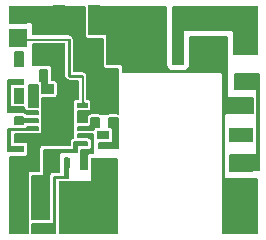
<source format=gbr>
G04 #@! TF.GenerationSoftware,KiCad,Pcbnew,(5.0.0)*
G04 #@! TF.CreationDate,2018-09-03T15:40:08-07:00*
G04 #@! TF.ProjectId,nixie_psu_breakout,6E697869655F7073755F627265616B6F,rev?*
G04 #@! TF.SameCoordinates,Original*
G04 #@! TF.FileFunction,Copper,L1,Top,Signal*
G04 #@! TF.FilePolarity,Positive*
%FSLAX46Y46*%
G04 Gerber Fmt 4.6, Leading zero omitted, Abs format (unit mm)*
G04 Created by KiCad (PCBNEW (5.0.0)) date 09/03/18 15:40:08*
%MOMM*%
%LPD*%
G01*
G04 APERTURE LIST*
G04 #@! TA.AperFunction,SMDPad,CuDef*
%ADD10R,2.080000X1.170000*%
G04 #@! TD*
G04 #@! TA.AperFunction,SMDPad,CuDef*
%ADD11R,1.100000X0.800000*%
G04 #@! TD*
G04 #@! TA.AperFunction,SMDPad,CuDef*
%ADD12R,1.400000X1.200000*%
G04 #@! TD*
G04 #@! TA.AperFunction,SMDPad,CuDef*
%ADD13R,0.500000X0.900000*%
G04 #@! TD*
G04 #@! TA.AperFunction,SMDPad,CuDef*
%ADD14R,0.890000X0.420000*%
G04 #@! TD*
G04 #@! TA.AperFunction,SMDPad,CuDef*
%ADD15R,0.825000X0.712500*%
G04 #@! TD*
G04 #@! TA.AperFunction,SMDPad,CuDef*
%ADD16R,0.900000X0.500000*%
G04 #@! TD*
G04 #@! TA.AperFunction,SMDPad,CuDef*
%ADD17R,0.700000X1.300000*%
G04 #@! TD*
G04 #@! TA.AperFunction,SMDPad,CuDef*
%ADD18R,0.750000X0.800000*%
G04 #@! TD*
G04 #@! TA.AperFunction,SMDPad,CuDef*
%ADD19R,1.000000X1.250000*%
G04 #@! TD*
G04 #@! TA.AperFunction,SMDPad,CuDef*
%ADD20R,1.000000X2.500000*%
G04 #@! TD*
G04 #@! TA.AperFunction,SMDPad,CuDef*
%ADD21R,1.000000X5.000000*%
G04 #@! TD*
G04 #@! TA.AperFunction,SMDPad,CuDef*
%ADD22R,3.000000X1.000000*%
G04 #@! TD*
G04 #@! TA.AperFunction,SMDPad,CuDef*
%ADD23R,0.800000X0.750000*%
G04 #@! TD*
G04 #@! TA.AperFunction,ComponentPad*
%ADD24R,1.500000X1.500000*%
G04 #@! TD*
G04 #@! TA.AperFunction,SMDPad,CuDef*
%ADD25R,1.150000X0.700000*%
G04 #@! TD*
G04 #@! TA.AperFunction,SMDPad,CuDef*
%ADD26R,1.550000X4.700000*%
G04 #@! TD*
G04 #@! TA.AperFunction,SMDPad,CuDef*
%ADD27R,3.300000X4.200000*%
G04 #@! TD*
G04 #@! TA.AperFunction,ViaPad*
%ADD28C,0.508000*%
G04 #@! TD*
G04 #@! TA.AperFunction,Conductor*
%ADD29C,0.200000*%
G04 #@! TD*
G04 #@! TA.AperFunction,Conductor*
%ADD30C,0.300000*%
G04 #@! TD*
G04 #@! TA.AperFunction,Conductor*
%ADD31C,0.100000*%
G04 #@! TD*
G04 APERTURE END LIST*
D10*
G04 #@! TO.P,T1,1*
G04 #@! TO.N,GNDREF*
X145830000Y-89000000D03*
G04 #@! TO.P,T1,2*
G04 #@! TO.N,N/C*
X145830000Y-91500000D03*
G04 #@! TO.P,T1,3*
G04 #@! TO.N,Net-(D1-Pad2)*
X145830000Y-94000000D03*
G04 #@! TO.P,T1,4*
G04 #@! TO.N,Net-(Q1-Pad1)*
X134170000Y-94000000D03*
G04 #@! TO.P,T1,6*
G04 #@! TO.N,Net-(C1-Pad2)*
X134170000Y-89000000D03*
D11*
G04 #@! TO.P,T1,5*
G04 #@! TO.N,N/C*
X134170000Y-91500000D03*
G04 #@! TD*
D12*
G04 #@! TO.P,D1,1*
G04 #@! TO.N,Net-(C5-Pad2)*
X146000000Y-83850000D03*
G04 #@! TO.P,D1,2*
G04 #@! TO.N,Net-(D1-Pad2)*
X146000000Y-86950000D03*
G04 #@! TD*
D13*
G04 #@! TO.P,R6,1*
G04 #@! TO.N,Net-(Q1-Pad2)*
X131050000Y-93850000D03*
G04 #@! TO.P,R6,2*
G04 #@! TO.N,Net-(R6-Pad2)*
X132550000Y-93850000D03*
G04 #@! TD*
D14*
G04 #@! TO.P,U1,1*
G04 #@! TO.N,Net-(R2-Pad1)*
X128195000Y-88975000D03*
G04 #@! TO.P,U1,2*
G04 #@! TO.N,Net-(R3-Pad2)*
X128195000Y-89625000D03*
G04 #@! TO.P,U1,3*
G04 #@! TO.N,Net-(C4-Pad1)*
X128195000Y-90275000D03*
G04 #@! TO.P,U1,4*
G04 #@! TO.N,Net-(R1-Pad2)*
X128195000Y-90925000D03*
G04 #@! TO.P,U1,5*
G04 #@! TO.N,GNDREF*
X128195000Y-91575000D03*
G04 #@! TO.P,U1,6*
X128195000Y-92225000D03*
G04 #@! TO.P,U1,7*
G04 #@! TO.N,Net-(Q1-Pad3)*
X132405000Y-92225000D03*
G04 #@! TO.P,U1,8*
G04 #@! TO.N,Net-(R6-Pad2)*
X132405000Y-91575000D03*
G04 #@! TO.P,U1,9*
G04 #@! TO.N,Net-(C7-Pad1)*
X132405000Y-90925000D03*
G04 #@! TO.P,U1,10*
G04 #@! TO.N,Net-(C1-Pad2)*
X132405000Y-90275000D03*
G04 #@! TO.P,U1,11*
X132405000Y-89625000D03*
G04 #@! TO.P,U1,12*
G04 #@! TO.N,Net-(J2-Pad1)*
X132405000Y-88975000D03*
D15*
G04 #@! TO.P,U1,13*
G04 #@! TO.N,GNDREF*
X130712500Y-91668750D03*
X130712500Y-90956250D03*
X130712500Y-90243750D03*
X130712500Y-89531250D03*
X129887500Y-91668750D03*
X129887500Y-90956250D03*
X129887500Y-90243750D03*
X129887500Y-89531250D03*
G04 #@! TD*
D16*
G04 #@! TO.P,R5,1*
G04 #@! TO.N,Net-(C5-Pad2)*
X127000000Y-85500000D03*
G04 #@! TO.P,R5,2*
G04 #@! TO.N,Net-(R3-Pad2)*
X127000000Y-87000000D03*
G04 #@! TD*
D17*
G04 #@! TO.P,R4,1*
G04 #@! TO.N,GNDREF*
X128250000Y-93800000D03*
G04 #@! TO.P,R4,2*
G04 #@! TO.N,Net-(Q1-Pad3)*
X130150000Y-93800000D03*
G04 #@! TD*
D16*
G04 #@! TO.P,R3,1*
G04 #@! TO.N,GNDREF*
X127000000Y-87800000D03*
G04 #@! TO.P,R3,2*
G04 #@! TO.N,Net-(R3-Pad2)*
X127000000Y-89300000D03*
G04 #@! TD*
D13*
G04 #@! TO.P,R2,1*
G04 #@! TO.N,Net-(R2-Pad1)*
X128250000Y-87600000D03*
G04 #@! TO.P,R2,2*
G04 #@! TO.N,Net-(C3-Pad1)*
X129750000Y-87600000D03*
G04 #@! TD*
D16*
G04 #@! TO.P,R1,1*
G04 #@! TO.N,GNDREF*
X127000000Y-94200000D03*
G04 #@! TO.P,R1,2*
G04 #@! TO.N,Net-(R1-Pad2)*
X127000000Y-92700000D03*
G04 #@! TD*
D18*
G04 #@! TO.P,C3,2*
G04 #@! TO.N,GNDREF*
X129100000Y-84850000D03*
G04 #@! TO.P,C3,1*
G04 #@! TO.N,Net-(C3-Pad1)*
X129100000Y-86350000D03*
G04 #@! TD*
D19*
G04 #@! TO.P,C2,1*
G04 #@! TO.N,GNDREF*
X131400000Y-87450000D03*
G04 #@! TO.P,C2,2*
G04 #@! TO.N,Net-(C1-Pad2)*
X133400000Y-87450000D03*
G04 #@! TD*
D18*
G04 #@! TO.P,C4,2*
G04 #@! TO.N,GNDREF*
X127000000Y-91750000D03*
G04 #@! TO.P,C4,1*
G04 #@! TO.N,Net-(C4-Pad1)*
X127000000Y-90250000D03*
G04 #@! TD*
D20*
G04 #@! TO.P,C1,1*
G04 #@! TO.N,GNDREF*
X130400000Y-84950000D03*
G04 #@! TO.P,C1,2*
G04 #@! TO.N,Net-(C1-Pad2)*
X133400000Y-84950000D03*
G04 #@! TD*
D21*
G04 #@! TO.P,C5,1*
G04 #@! TO.N,GNDREF*
X134900000Y-83100000D03*
G04 #@! TO.P,C5,2*
G04 #@! TO.N,Net-(C5-Pad2)*
X140500000Y-83100000D03*
G04 #@! TD*
D22*
G04 #@! TO.P,C6,1*
G04 #@! TO.N,GNDREF*
X143000000Y-85650000D03*
G04 #@! TO.P,C6,2*
G04 #@! TO.N,Net-(C5-Pad2)*
X143000000Y-81050000D03*
G04 #@! TD*
D23*
G04 #@! TO.P,C7,2*
G04 #@! TO.N,GNDREF*
X134950000Y-90350000D03*
G04 #@! TO.P,C7,1*
G04 #@! TO.N,Net-(C7-Pad1)*
X133450000Y-90350000D03*
G04 #@! TD*
D24*
G04 #@! TO.P,J3,1*
G04 #@! TO.N,GNDREF*
X126900000Y-99150000D03*
G04 #@! TD*
G04 #@! TO.P,J4,1*
G04 #@! TO.N,GNDREF*
X146500000Y-99150000D03*
G04 #@! TD*
G04 #@! TO.P,J5,1*
G04 #@! TO.N,Net-(C5-Pad2)*
X146500000Y-81300000D03*
G04 #@! TD*
G04 #@! TO.P,J1,1*
G04 #@! TO.N,Net-(C1-Pad2)*
X126900000Y-81300000D03*
G04 #@! TD*
G04 #@! TO.P,J2,1*
G04 #@! TO.N,Net-(J2-Pad1)*
X126900000Y-83300000D03*
G04 #@! TD*
D25*
G04 #@! TO.P,Q1,3*
G04 #@! TO.N,Net-(Q1-Pad3)*
X128765000Y-96860000D03*
X128765000Y-95590000D03*
X128765000Y-98140000D03*
D26*
G04 #@! TO.P,Q1,1*
G04 #@! TO.N,Net-(Q1-Pad1)*
X134235000Y-97500000D03*
D27*
X132035000Y-97500000D03*
D25*
G04 #@! TO.P,Q1,2*
G04 #@! TO.N,Net-(Q1-Pad2)*
X128765000Y-99410000D03*
G04 #@! TD*
D20*
G04 #@! TO.P,C8,2*
G04 #@! TO.N,Net-(C1-Pad2)*
X130400000Y-81800000D03*
G04 #@! TO.P,C8,1*
G04 #@! TO.N,GNDREF*
X133400000Y-81800000D03*
G04 #@! TD*
D28*
G04 #@! TO.N,GNDREF*
X127000000Y-88550000D03*
X143600000Y-84050000D03*
X135900000Y-81900000D03*
X143600000Y-84650000D03*
X135900000Y-83100000D03*
X136500000Y-83100000D03*
X136500000Y-84300000D03*
X143000000Y-84650000D03*
X135900000Y-84300000D03*
X142400000Y-84050000D03*
X135900000Y-83700000D03*
X142400000Y-84650000D03*
X143000000Y-84050000D03*
X136500000Y-82500000D03*
X135900000Y-82500000D03*
X136500000Y-83700000D03*
X136500000Y-81900000D03*
X131400000Y-87750000D03*
X131400000Y-87150000D03*
X130400000Y-84950000D03*
X130400000Y-85550000D03*
X130400000Y-84350000D03*
X130712500Y-90956250D03*
X129887500Y-90243750D03*
X130712500Y-89531250D03*
X129887500Y-89531250D03*
X129887500Y-90956250D03*
X129887500Y-91668750D03*
X130712500Y-91668750D03*
X130712500Y-90243750D03*
X134025000Y-92400000D03*
X135225000Y-92400000D03*
X135224002Y-91200000D03*
X134625000Y-92400000D03*
X135225000Y-91800000D03*
G04 #@! TO.N,Net-(C5-Pad2)*
X127000000Y-84700000D03*
G04 #@! TD*
D29*
G04 #@! TO.N,GNDREF*
X127000000Y-87800000D02*
X127000000Y-88550000D01*
X142400000Y-84650000D02*
X142400000Y-84050000D01*
X142400000Y-84650000D02*
X143000000Y-84650000D01*
X136500000Y-82500000D02*
X135900000Y-82500000D01*
X136500000Y-81900000D02*
X135900000Y-81900000D01*
X135900000Y-82500000D02*
X135900000Y-83100000D01*
X143600000Y-84650000D02*
X143600000Y-84050000D01*
X135900000Y-83700000D02*
X135900000Y-83100000D01*
X136500000Y-84300000D02*
X135900000Y-84300000D01*
X135900000Y-81900000D02*
X135900000Y-82500000D01*
X135900000Y-83100000D02*
X134900000Y-83100000D01*
X135900000Y-83700000D02*
X136500000Y-83700000D01*
X143000000Y-85400000D02*
X143000000Y-84650000D01*
X136500000Y-83100000D02*
X135900000Y-83100000D01*
X135900000Y-84300000D02*
X135900000Y-83700000D01*
X143000000Y-84050000D02*
X143000000Y-84650000D01*
X143600000Y-84650000D02*
X143000000Y-84650000D01*
X131400000Y-87450000D02*
X131400000Y-87150000D01*
X131400000Y-87450000D02*
X131400000Y-87750000D01*
X130400000Y-84950000D02*
X130400000Y-84350000D01*
X130400000Y-84950000D02*
X130400000Y-85550000D01*
D30*
X135225000Y-92400000D02*
X135225000Y-91800000D01*
X134625000Y-92400000D02*
X135225000Y-92400000D01*
X134950000Y-90350000D02*
X135224002Y-90624002D01*
X135224002Y-91200000D02*
X135224002Y-90624002D01*
X134625000Y-92400000D02*
X134025000Y-92400000D01*
X135224002Y-91799002D02*
X135225000Y-91800000D01*
X135224002Y-91200000D02*
X135224002Y-91799002D01*
D29*
G04 #@! TO.N,Net-(C4-Pad1)*
X127075000Y-90275000D02*
X127000000Y-90200000D01*
G04 #@! TO.N,Net-(J2-Pad1)*
X127475000Y-83375000D02*
X127200000Y-83100000D01*
X127200000Y-83100000D02*
X126700000Y-83100000D01*
D30*
G04 #@! TO.N,Net-(Q1-Pad3)*
X132170000Y-92225000D02*
X132405000Y-92225000D01*
G04 #@! TO.N,Net-(Q1-Pad2)*
X131050000Y-93600000D02*
X131050000Y-93800000D01*
D29*
G04 #@! TO.N,Net-(R2-Pad1)*
X128250000Y-87600000D02*
X128250000Y-88920000D01*
X128250000Y-88920000D02*
X128195000Y-88975000D01*
G04 #@! TO.N,Net-(R3-Pad2)*
X127300000Y-89250000D02*
X127000000Y-89250000D01*
X127000000Y-86950000D02*
X126350000Y-86950000D01*
X126350000Y-86950000D02*
X126200000Y-87100000D01*
X126350000Y-89250000D02*
X127000000Y-89250000D01*
X126200000Y-87100000D02*
X126200000Y-89100000D01*
X126200000Y-89100000D02*
X126350000Y-89250000D01*
G04 #@! TO.N,Net-(D1-Pad2)*
X145830000Y-94000000D02*
X146285000Y-94000000D01*
D30*
G04 #@! TO.N,Net-(C5-Pad2)*
X127000000Y-84700000D02*
X127000000Y-85450000D01*
G04 #@! TO.N,Net-(C7-Pad1)*
X133450000Y-90450000D02*
X133450000Y-90350000D01*
G04 #@! TD*
D29*
G04 #@! TO.N,Net-(R3-Pad2)*
G36*
X127350000Y-87150000D02*
X126410000Y-87150000D01*
X126390491Y-87151921D01*
X126371731Y-87157612D01*
X126329305Y-87175186D01*
X126312016Y-87184428D01*
X126296863Y-87196864D01*
X126284426Y-87212018D01*
X126275186Y-87229305D01*
X126257612Y-87271731D01*
X126251922Y-87290490D01*
X126250000Y-87310000D01*
X126250000Y-87535267D01*
X126248549Y-87550000D01*
X126248549Y-88050000D01*
X126250000Y-88064733D01*
X126250000Y-88990000D01*
X126251921Y-89009509D01*
X126257612Y-89028269D01*
X126275186Y-89070695D01*
X126284428Y-89087984D01*
X126296864Y-89103137D01*
X126312018Y-89115574D01*
X126329305Y-89124814D01*
X126371731Y-89142388D01*
X126390490Y-89148078D01*
X126410000Y-89150000D01*
X127448549Y-89150000D01*
X127448549Y-89185000D01*
X127454341Y-89243810D01*
X127471496Y-89300360D01*
X127499353Y-89352477D01*
X127536842Y-89398158D01*
X127582523Y-89435647D01*
X127634640Y-89463504D01*
X127691190Y-89480659D01*
X127733928Y-89484868D01*
X127810000Y-89500000D01*
X128600000Y-89500000D01*
X128600000Y-89750000D01*
X127707741Y-89750000D01*
X127644560Y-89655444D01*
X127547234Y-89590411D01*
X127504808Y-89572837D01*
X127475683Y-89567044D01*
X127433810Y-89554341D01*
X127390262Y-89550052D01*
X127390000Y-89550000D01*
X127389733Y-89550000D01*
X127375000Y-89548549D01*
X126625000Y-89548549D01*
X126610267Y-89550000D01*
X126050000Y-89550000D01*
X126050000Y-86850000D01*
X127350000Y-86850000D01*
X127350000Y-87150000D01*
X127350000Y-87150000D01*
G37*
X127350000Y-87150000D02*
X126410000Y-87150000D01*
X126390491Y-87151921D01*
X126371731Y-87157612D01*
X126329305Y-87175186D01*
X126312016Y-87184428D01*
X126296863Y-87196864D01*
X126284426Y-87212018D01*
X126275186Y-87229305D01*
X126257612Y-87271731D01*
X126251922Y-87290490D01*
X126250000Y-87310000D01*
X126250000Y-87535267D01*
X126248549Y-87550000D01*
X126248549Y-88050000D01*
X126250000Y-88064733D01*
X126250000Y-88990000D01*
X126251921Y-89009509D01*
X126257612Y-89028269D01*
X126275186Y-89070695D01*
X126284428Y-89087984D01*
X126296864Y-89103137D01*
X126312018Y-89115574D01*
X126329305Y-89124814D01*
X126371731Y-89142388D01*
X126390490Y-89148078D01*
X126410000Y-89150000D01*
X127448549Y-89150000D01*
X127448549Y-89185000D01*
X127454341Y-89243810D01*
X127471496Y-89300360D01*
X127499353Y-89352477D01*
X127536842Y-89398158D01*
X127582523Y-89435647D01*
X127634640Y-89463504D01*
X127691190Y-89480659D01*
X127733928Y-89484868D01*
X127810000Y-89500000D01*
X128600000Y-89500000D01*
X128600000Y-89750000D01*
X127707741Y-89750000D01*
X127644560Y-89655444D01*
X127547234Y-89590411D01*
X127504808Y-89572837D01*
X127475683Y-89567044D01*
X127433810Y-89554341D01*
X127390262Y-89550052D01*
X127390000Y-89550000D01*
X127389733Y-89550000D01*
X127375000Y-89548549D01*
X126625000Y-89548549D01*
X126610267Y-89550000D01*
X126050000Y-89550000D01*
X126050000Y-86850000D01*
X127350000Y-86850000D01*
X127350000Y-87150000D01*
G04 #@! TO.N,Net-(C3-Pad1)*
G36*
X129400000Y-87090000D02*
X129401921Y-87109509D01*
X129407612Y-87128269D01*
X129425186Y-87170695D01*
X129434428Y-87187984D01*
X129446864Y-87203137D01*
X129462018Y-87215574D01*
X129479305Y-87224814D01*
X129521731Y-87242388D01*
X129540490Y-87248078D01*
X129560000Y-87250000D01*
X129900000Y-87250000D01*
X129900000Y-87950000D01*
X129000000Y-87950000D01*
X129000000Y-87210000D01*
X128977163Y-87095192D01*
X128959589Y-87052766D01*
X128894560Y-86955444D01*
X128800000Y-86892259D01*
X128800000Y-86000000D01*
X129400000Y-86000000D01*
X129400000Y-87090000D01*
X129400000Y-87090000D01*
G37*
X129400000Y-87090000D02*
X129401921Y-87109509D01*
X129407612Y-87128269D01*
X129425186Y-87170695D01*
X129434428Y-87187984D01*
X129446864Y-87203137D01*
X129462018Y-87215574D01*
X129479305Y-87224814D01*
X129521731Y-87242388D01*
X129540490Y-87248078D01*
X129560000Y-87250000D01*
X129900000Y-87250000D01*
X129900000Y-87950000D01*
X129000000Y-87950000D01*
X129000000Y-87210000D01*
X128977163Y-87095192D01*
X128959589Y-87052766D01*
X128894560Y-86955444D01*
X128800000Y-86892259D01*
X128800000Y-86000000D01*
X129400000Y-86000000D01*
X129400000Y-87090000D01*
G04 #@! TO.N,Net-(R2-Pad1)*
G36*
X128600000Y-89100000D02*
X127850000Y-89100000D01*
X127850000Y-87250000D01*
X128600000Y-87250000D01*
X128600000Y-89100000D01*
X128600000Y-89100000D01*
G37*
X128600000Y-89100000D02*
X127850000Y-89100000D01*
X127850000Y-87250000D01*
X128600000Y-87250000D01*
X128600000Y-89100000D01*
G04 #@! TO.N,GNDREF*
G36*
X127350000Y-88748549D02*
X126650000Y-88748549D01*
X126650000Y-87600000D01*
X127350000Y-87600000D01*
X127350000Y-88748549D01*
X127350000Y-88748549D01*
G37*
X127350000Y-88748549D02*
X126650000Y-88748549D01*
X126650000Y-87600000D01*
X127350000Y-87600000D01*
X127350000Y-88748549D01*
G04 #@! TO.N,Net-(C4-Pad1)*
G36*
X127350000Y-89990000D02*
X127351921Y-90009509D01*
X127357612Y-90028269D01*
X127375186Y-90070695D01*
X127384428Y-90087984D01*
X127396864Y-90103137D01*
X127412018Y-90115574D01*
X127429305Y-90124814D01*
X127471731Y-90142388D01*
X127490490Y-90148078D01*
X127510000Y-90150000D01*
X128600000Y-90150000D01*
X128600000Y-90400000D01*
X127510000Y-90400000D01*
X127490491Y-90401921D01*
X127471731Y-90407612D01*
X127429305Y-90425186D01*
X127412016Y-90434428D01*
X127396863Y-90446864D01*
X127384426Y-90462018D01*
X127375186Y-90479305D01*
X127357612Y-90521731D01*
X127351922Y-90540490D01*
X127350985Y-90550000D01*
X126650000Y-90550000D01*
X126650000Y-89950000D01*
X127350000Y-89950000D01*
X127350000Y-89990000D01*
X127350000Y-89990000D01*
G37*
X127350000Y-89990000D02*
X127351921Y-90009509D01*
X127357612Y-90028269D01*
X127375186Y-90070695D01*
X127384428Y-90087984D01*
X127396864Y-90103137D01*
X127412018Y-90115574D01*
X127429305Y-90124814D01*
X127471731Y-90142388D01*
X127490490Y-90148078D01*
X127510000Y-90150000D01*
X128600000Y-90150000D01*
X128600000Y-90400000D01*
X127510000Y-90400000D01*
X127490491Y-90401921D01*
X127471731Y-90407612D01*
X127429305Y-90425186D01*
X127412016Y-90434428D01*
X127396863Y-90446864D01*
X127384426Y-90462018D01*
X127375186Y-90479305D01*
X127357612Y-90521731D01*
X127351922Y-90540490D01*
X127350985Y-90550000D01*
X126650000Y-90550000D01*
X126650000Y-89950000D01*
X127350000Y-89950000D01*
X127350000Y-89990000D01*
G04 #@! TO.N,Net-(R1-Pad2)*
G36*
X128600000Y-91050000D02*
X127389733Y-91050000D01*
X127375000Y-91048549D01*
X126625000Y-91048549D01*
X126610267Y-91050000D01*
X126410000Y-91050000D01*
X126390491Y-91051921D01*
X126371731Y-91057612D01*
X126329305Y-91075186D01*
X126312016Y-91084428D01*
X126296863Y-91096864D01*
X126284426Y-91112018D01*
X126275186Y-91129305D01*
X126257612Y-91171731D01*
X126251922Y-91190490D01*
X126250000Y-91210000D01*
X126250000Y-92390000D01*
X126251921Y-92409509D01*
X126257612Y-92428269D01*
X126275186Y-92470695D01*
X126284428Y-92487984D01*
X126296864Y-92503137D01*
X126312018Y-92515574D01*
X126329305Y-92524814D01*
X126371731Y-92542388D01*
X126390490Y-92548078D01*
X126410000Y-92550000D01*
X127350000Y-92550000D01*
X127350000Y-92850000D01*
X126050000Y-92850000D01*
X126050000Y-90950000D01*
X126610267Y-90950000D01*
X126625000Y-90951451D01*
X127375000Y-90951451D01*
X127389733Y-90950000D01*
X127540000Y-90950000D01*
X127559509Y-90948079D01*
X127578269Y-90942388D01*
X127620695Y-90924814D01*
X127637984Y-90915572D01*
X127653137Y-90903136D01*
X127665574Y-90887982D01*
X127674814Y-90870695D01*
X127692388Y-90828269D01*
X127698078Y-90809510D01*
X127699015Y-90800000D01*
X128600000Y-90800000D01*
X128600000Y-91050000D01*
X128600000Y-91050000D01*
G37*
X128600000Y-91050000D02*
X127389733Y-91050000D01*
X127375000Y-91048549D01*
X126625000Y-91048549D01*
X126610267Y-91050000D01*
X126410000Y-91050000D01*
X126390491Y-91051921D01*
X126371731Y-91057612D01*
X126329305Y-91075186D01*
X126312016Y-91084428D01*
X126296863Y-91096864D01*
X126284426Y-91112018D01*
X126275186Y-91129305D01*
X126257612Y-91171731D01*
X126251922Y-91190490D01*
X126250000Y-91210000D01*
X126250000Y-92390000D01*
X126251921Y-92409509D01*
X126257612Y-92428269D01*
X126275186Y-92470695D01*
X126284428Y-92487984D01*
X126296864Y-92503137D01*
X126312018Y-92515574D01*
X126329305Y-92524814D01*
X126371731Y-92542388D01*
X126390490Y-92548078D01*
X126410000Y-92550000D01*
X127350000Y-92550000D01*
X127350000Y-92850000D01*
X126050000Y-92850000D01*
X126050000Y-90950000D01*
X126610267Y-90950000D01*
X126625000Y-90951451D01*
X127375000Y-90951451D01*
X127389733Y-90950000D01*
X127540000Y-90950000D01*
X127559509Y-90948079D01*
X127578269Y-90942388D01*
X127620695Y-90924814D01*
X127637984Y-90915572D01*
X127653137Y-90903136D01*
X127665574Y-90887982D01*
X127674814Y-90870695D01*
X127692388Y-90828269D01*
X127698078Y-90809510D01*
X127699015Y-90800000D01*
X128600000Y-90800000D01*
X128600000Y-91050000D01*
G04 #@! TO.N,Net-(C5-Pad2)*
G36*
X127350000Y-85650000D02*
X126650000Y-85650000D01*
X126650000Y-84500000D01*
X127350000Y-84500000D01*
X127350000Y-85650000D01*
X127350000Y-85650000D01*
G37*
X127350000Y-85650000D02*
X126650000Y-85650000D01*
X126650000Y-84500000D01*
X127350000Y-84500000D01*
X127350000Y-85650000D01*
G04 #@! TO.N,Net-(D1-Pad2)*
G36*
X147350000Y-94500000D02*
X144900000Y-94500000D01*
X144900000Y-93200000D01*
X147040000Y-93200000D01*
X147059509Y-93198079D01*
X147078269Y-93192388D01*
X147120695Y-93174814D01*
X147137984Y-93165572D01*
X147153137Y-93153136D01*
X147165574Y-93137982D01*
X147174814Y-93120695D01*
X147192388Y-93078269D01*
X147198078Y-93059510D01*
X147200000Y-93040000D01*
X147200000Y-87760000D01*
X147198079Y-87740491D01*
X147192388Y-87721731D01*
X147174814Y-87679305D01*
X147165572Y-87662016D01*
X147153136Y-87646863D01*
X147137982Y-87634426D01*
X147120695Y-87625186D01*
X147078269Y-87607612D01*
X147059510Y-87601922D01*
X147040000Y-87600000D01*
X145300000Y-87600000D01*
X145300000Y-86300000D01*
X147350001Y-86300000D01*
X147350000Y-94500000D01*
X147350000Y-94500000D01*
G37*
X147350000Y-94500000D02*
X144900000Y-94500000D01*
X144900000Y-93200000D01*
X147040000Y-93200000D01*
X147059509Y-93198079D01*
X147078269Y-93192388D01*
X147120695Y-93174814D01*
X147137984Y-93165572D01*
X147153137Y-93153136D01*
X147165574Y-93137982D01*
X147174814Y-93120695D01*
X147192388Y-93078269D01*
X147198078Y-93059510D01*
X147200000Y-93040000D01*
X147200000Y-87760000D01*
X147198079Y-87740491D01*
X147192388Y-87721731D01*
X147174814Y-87679305D01*
X147165572Y-87662016D01*
X147153136Y-87646863D01*
X147137982Y-87634426D01*
X147120695Y-87625186D01*
X147078269Y-87607612D01*
X147059510Y-87601922D01*
X147040000Y-87600000D01*
X145300000Y-87600000D01*
X145300000Y-86300000D01*
X147350001Y-86300000D01*
X147350000Y-94500000D01*
G04 #@! TO.N,GNDREF*
G36*
X139500000Y-85540000D02*
X139538062Y-85731347D01*
X139555636Y-85773773D01*
X139664017Y-85935975D01*
X139826227Y-86044364D01*
X139868653Y-86061938D01*
X140060000Y-86100000D01*
X140940000Y-86100000D01*
X141131347Y-86061938D01*
X141173773Y-86044364D01*
X141335975Y-85935983D01*
X141444364Y-85773773D01*
X141461938Y-85731347D01*
X141500000Y-85540000D01*
X141500000Y-83200000D01*
X144600000Y-83200000D01*
X144600000Y-88240000D01*
X144601921Y-88259509D01*
X144607612Y-88278269D01*
X144625186Y-88320695D01*
X144634428Y-88337984D01*
X144646864Y-88353137D01*
X144662018Y-88365574D01*
X144679305Y-88374814D01*
X144721731Y-88392388D01*
X144740490Y-88398078D01*
X144760000Y-88400000D01*
X146800000Y-88400000D01*
X146800000Y-89600000D01*
X144560000Y-89600000D01*
X144540491Y-89601921D01*
X144521731Y-89607612D01*
X144479305Y-89625186D01*
X144462016Y-89634428D01*
X144446863Y-89646864D01*
X144434426Y-89662018D01*
X144425186Y-89679305D01*
X144407612Y-89721731D01*
X144401922Y-89740490D01*
X144400000Y-89760000D01*
X144400000Y-95090000D01*
X144401921Y-95109509D01*
X144407612Y-95128269D01*
X144425186Y-95170695D01*
X144434428Y-95187984D01*
X144446864Y-95203137D01*
X144462018Y-95215574D01*
X144479305Y-95224814D01*
X144521731Y-95242388D01*
X144540490Y-95248078D01*
X144560000Y-95250000D01*
X147150000Y-95250000D01*
X147150000Y-99800000D01*
X144300000Y-99800000D01*
X144300000Y-86360000D01*
X144298079Y-86340491D01*
X144292388Y-86321731D01*
X144274814Y-86279305D01*
X144265572Y-86262016D01*
X144253136Y-86246863D01*
X144237982Y-86234426D01*
X144220695Y-86225186D01*
X144178269Y-86207612D01*
X144159510Y-86201922D01*
X144140000Y-86200000D01*
X135800000Y-86200000D01*
X135800000Y-85660000D01*
X135798079Y-85640491D01*
X135792388Y-85621731D01*
X135774814Y-85579305D01*
X135765572Y-85562016D01*
X135753136Y-85546863D01*
X135737982Y-85534426D01*
X135720695Y-85525186D01*
X135678269Y-85507612D01*
X135659510Y-85501922D01*
X135640000Y-85500000D01*
X134500000Y-85500000D01*
X134500000Y-83110000D01*
X134498079Y-83090491D01*
X134492388Y-83071731D01*
X134474814Y-83029305D01*
X134465572Y-83012016D01*
X134453136Y-82996863D01*
X134437982Y-82984426D01*
X134420695Y-82975186D01*
X134378269Y-82957612D01*
X134359510Y-82951922D01*
X134340000Y-82950000D01*
X133000000Y-82950000D01*
X133000000Y-80650000D01*
X139500000Y-80650000D01*
X139500000Y-85540000D01*
X139500000Y-85540000D01*
G37*
X139500000Y-85540000D02*
X139538062Y-85731347D01*
X139555636Y-85773773D01*
X139664017Y-85935975D01*
X139826227Y-86044364D01*
X139868653Y-86061938D01*
X140060000Y-86100000D01*
X140940000Y-86100000D01*
X141131347Y-86061938D01*
X141173773Y-86044364D01*
X141335975Y-85935983D01*
X141444364Y-85773773D01*
X141461938Y-85731347D01*
X141500000Y-85540000D01*
X141500000Y-83200000D01*
X144600000Y-83200000D01*
X144600000Y-88240000D01*
X144601921Y-88259509D01*
X144607612Y-88278269D01*
X144625186Y-88320695D01*
X144634428Y-88337984D01*
X144646864Y-88353137D01*
X144662018Y-88365574D01*
X144679305Y-88374814D01*
X144721731Y-88392388D01*
X144740490Y-88398078D01*
X144760000Y-88400000D01*
X146800000Y-88400000D01*
X146800000Y-89600000D01*
X144560000Y-89600000D01*
X144540491Y-89601921D01*
X144521731Y-89607612D01*
X144479305Y-89625186D01*
X144462016Y-89634428D01*
X144446863Y-89646864D01*
X144434426Y-89662018D01*
X144425186Y-89679305D01*
X144407612Y-89721731D01*
X144401922Y-89740490D01*
X144400000Y-89760000D01*
X144400000Y-95090000D01*
X144401921Y-95109509D01*
X144407612Y-95128269D01*
X144425186Y-95170695D01*
X144434428Y-95187984D01*
X144446864Y-95203137D01*
X144462018Y-95215574D01*
X144479305Y-95224814D01*
X144521731Y-95242388D01*
X144540490Y-95248078D01*
X144560000Y-95250000D01*
X147150000Y-95250000D01*
X147150000Y-99800000D01*
X144300000Y-99800000D01*
X144300000Y-86360000D01*
X144298079Y-86340491D01*
X144292388Y-86321731D01*
X144274814Y-86279305D01*
X144265572Y-86262016D01*
X144253136Y-86246863D01*
X144237982Y-86234426D01*
X144220695Y-86225186D01*
X144178269Y-86207612D01*
X144159510Y-86201922D01*
X144140000Y-86200000D01*
X135800000Y-86200000D01*
X135800000Y-85660000D01*
X135798079Y-85640491D01*
X135792388Y-85621731D01*
X135774814Y-85579305D01*
X135765572Y-85562016D01*
X135753136Y-85546863D01*
X135737982Y-85534426D01*
X135720695Y-85525186D01*
X135678269Y-85507612D01*
X135659510Y-85501922D01*
X135640000Y-85500000D01*
X134500000Y-85500000D01*
X134500000Y-83110000D01*
X134498079Y-83090491D01*
X134492388Y-83071731D01*
X134474814Y-83029305D01*
X134465572Y-83012016D01*
X134453136Y-82996863D01*
X134437982Y-82984426D01*
X134420695Y-82975186D01*
X134378269Y-82957612D01*
X134359510Y-82951922D01*
X134340000Y-82950000D01*
X133000000Y-82950000D01*
X133000000Y-80650000D01*
X139500000Y-80650000D01*
X139500000Y-85540000D01*
G04 #@! TO.N,Net-(C5-Pad2)*
G36*
X147150000Y-84600000D02*
X145200000Y-84600000D01*
X145200000Y-82760000D01*
X145198079Y-82740491D01*
X145192388Y-82721731D01*
X145174814Y-82679305D01*
X145165572Y-82662016D01*
X145153136Y-82646863D01*
X145137982Y-82634426D01*
X145120695Y-82625186D01*
X145078269Y-82607612D01*
X145059510Y-82601922D01*
X145040000Y-82600000D01*
X141060000Y-82600000D01*
X141040491Y-82601921D01*
X141021731Y-82607612D01*
X140979305Y-82625186D01*
X140962016Y-82634428D01*
X140946863Y-82646864D01*
X140934426Y-82662018D01*
X140925186Y-82679305D01*
X140907612Y-82721731D01*
X140901922Y-82740490D01*
X140900000Y-82760000D01*
X140900000Y-85500000D01*
X140100000Y-85500000D01*
X140100000Y-80650000D01*
X147150000Y-80650000D01*
X147150000Y-84600000D01*
X147150000Y-84600000D01*
G37*
X147150000Y-84600000D02*
X145200000Y-84600000D01*
X145200000Y-82760000D01*
X145198079Y-82740491D01*
X145192388Y-82721731D01*
X145174814Y-82679305D01*
X145165572Y-82662016D01*
X145153136Y-82646863D01*
X145137982Y-82634426D01*
X145120695Y-82625186D01*
X145078269Y-82607612D01*
X145059510Y-82601922D01*
X145040000Y-82600000D01*
X141060000Y-82600000D01*
X141040491Y-82601921D01*
X141021731Y-82607612D01*
X140979305Y-82625186D01*
X140962016Y-82634428D01*
X140946863Y-82646864D01*
X140934426Y-82662018D01*
X140925186Y-82679305D01*
X140907612Y-82721731D01*
X140901922Y-82740490D01*
X140900000Y-82760000D01*
X140900000Y-85500000D01*
X140100000Y-85500000D01*
X140100000Y-80650000D01*
X147150000Y-80650000D01*
X147150000Y-84600000D01*
G04 #@! TO.N,GNDREF*
G36*
X130850000Y-86500000D02*
X130872836Y-86614804D01*
X130902125Y-86685515D01*
X130967158Y-86782844D01*
X131064485Y-86847875D01*
X131135196Y-86877164D01*
X131250000Y-86900000D01*
X132000000Y-86900000D01*
X132000000Y-88450000D01*
X131760000Y-88450000D01*
X131740491Y-88451921D01*
X131721731Y-88457612D01*
X131679305Y-88475186D01*
X131662016Y-88484428D01*
X131646863Y-88496864D01*
X131634426Y-88512018D01*
X131625186Y-88529305D01*
X131607612Y-88571731D01*
X131601922Y-88590490D01*
X131600000Y-88610000D01*
X131600000Y-91711935D01*
X131545192Y-91722837D01*
X131502766Y-91740411D01*
X131405444Y-91805440D01*
X131340411Y-91902766D01*
X131322837Y-91945192D01*
X131300000Y-92060000D01*
X131300000Y-92350000D01*
X128910000Y-92350000D01*
X128890491Y-92351921D01*
X128871731Y-92357612D01*
X128829305Y-92375186D01*
X128812016Y-92384428D01*
X128796863Y-92396864D01*
X128784426Y-92412018D01*
X128775186Y-92429305D01*
X128757612Y-92471731D01*
X128751922Y-92490490D01*
X128750000Y-92510000D01*
X128750000Y-94550000D01*
X127910000Y-94550000D01*
X127890491Y-94551921D01*
X127871731Y-94557612D01*
X127829305Y-94575186D01*
X127812016Y-94584428D01*
X127796863Y-94596864D01*
X127784426Y-94612018D01*
X127775186Y-94629305D01*
X127757612Y-94671731D01*
X127751922Y-94690490D01*
X127750000Y-94710000D01*
X127750000Y-99800000D01*
X126250000Y-99800000D01*
X126250000Y-93350000D01*
X127590000Y-93350000D01*
X127609509Y-93348079D01*
X127628269Y-93342388D01*
X127670695Y-93324814D01*
X127687984Y-93315572D01*
X127703137Y-93303136D01*
X127715574Y-93287982D01*
X127724814Y-93270695D01*
X127742388Y-93228269D01*
X127748078Y-93209510D01*
X127750000Y-93190000D01*
X127750000Y-92964733D01*
X127751451Y-92950000D01*
X127751451Y-92450000D01*
X127750000Y-92435267D01*
X127750000Y-92210000D01*
X127748079Y-92190491D01*
X127742388Y-92171731D01*
X127724814Y-92129305D01*
X127715572Y-92112016D01*
X127703136Y-92096863D01*
X127687982Y-92084426D01*
X127670695Y-92075186D01*
X127628269Y-92057612D01*
X127609510Y-92051922D01*
X127590000Y-92050000D01*
X126650000Y-92050000D01*
X126650000Y-91450000D01*
X128840000Y-91450000D01*
X128859509Y-91448079D01*
X128878269Y-91442388D01*
X128920695Y-91424814D01*
X128937984Y-91415572D01*
X128953137Y-91403136D01*
X128965574Y-91387982D01*
X128974814Y-91370695D01*
X128992388Y-91328269D01*
X128998078Y-91309510D01*
X129000000Y-91290000D01*
X129000000Y-88350000D01*
X129485267Y-88350000D01*
X129500000Y-88351451D01*
X130000000Y-88351451D01*
X130058810Y-88345659D01*
X130115360Y-88328504D01*
X130167477Y-88300647D01*
X130213158Y-88263158D01*
X130250647Y-88217477D01*
X130278504Y-88165360D01*
X130295659Y-88108810D01*
X130301451Y-88050000D01*
X130301451Y-87150000D01*
X130295659Y-87091190D01*
X130278504Y-87034640D01*
X130250647Y-86982523D01*
X130213158Y-86936842D01*
X130167477Y-86899353D01*
X130115360Y-86871496D01*
X130058810Y-86854341D01*
X130000000Y-86848549D01*
X129800000Y-86848549D01*
X129800000Y-85760000D01*
X129798079Y-85740491D01*
X129792388Y-85721731D01*
X129774814Y-85679305D01*
X129765572Y-85662016D01*
X129753136Y-85646863D01*
X129737982Y-85634426D01*
X129720695Y-85625186D01*
X129678269Y-85607612D01*
X129659510Y-85601922D01*
X129640000Y-85600000D01*
X128200000Y-85600000D01*
X128200000Y-83775000D01*
X130850000Y-83775000D01*
X130850000Y-86500000D01*
X130850000Y-86500000D01*
G37*
X130850000Y-86500000D02*
X130872836Y-86614804D01*
X130902125Y-86685515D01*
X130967158Y-86782844D01*
X131064485Y-86847875D01*
X131135196Y-86877164D01*
X131250000Y-86900000D01*
X132000000Y-86900000D01*
X132000000Y-88450000D01*
X131760000Y-88450000D01*
X131740491Y-88451921D01*
X131721731Y-88457612D01*
X131679305Y-88475186D01*
X131662016Y-88484428D01*
X131646863Y-88496864D01*
X131634426Y-88512018D01*
X131625186Y-88529305D01*
X131607612Y-88571731D01*
X131601922Y-88590490D01*
X131600000Y-88610000D01*
X131600000Y-91711935D01*
X131545192Y-91722837D01*
X131502766Y-91740411D01*
X131405444Y-91805440D01*
X131340411Y-91902766D01*
X131322837Y-91945192D01*
X131300000Y-92060000D01*
X131300000Y-92350000D01*
X128910000Y-92350000D01*
X128890491Y-92351921D01*
X128871731Y-92357612D01*
X128829305Y-92375186D01*
X128812016Y-92384428D01*
X128796863Y-92396864D01*
X128784426Y-92412018D01*
X128775186Y-92429305D01*
X128757612Y-92471731D01*
X128751922Y-92490490D01*
X128750000Y-92510000D01*
X128750000Y-94550000D01*
X127910000Y-94550000D01*
X127890491Y-94551921D01*
X127871731Y-94557612D01*
X127829305Y-94575186D01*
X127812016Y-94584428D01*
X127796863Y-94596864D01*
X127784426Y-94612018D01*
X127775186Y-94629305D01*
X127757612Y-94671731D01*
X127751922Y-94690490D01*
X127750000Y-94710000D01*
X127750000Y-99800000D01*
X126250000Y-99800000D01*
X126250000Y-93350000D01*
X127590000Y-93350000D01*
X127609509Y-93348079D01*
X127628269Y-93342388D01*
X127670695Y-93324814D01*
X127687984Y-93315572D01*
X127703137Y-93303136D01*
X127715574Y-93287982D01*
X127724814Y-93270695D01*
X127742388Y-93228269D01*
X127748078Y-93209510D01*
X127750000Y-93190000D01*
X127750000Y-92964733D01*
X127751451Y-92950000D01*
X127751451Y-92450000D01*
X127750000Y-92435267D01*
X127750000Y-92210000D01*
X127748079Y-92190491D01*
X127742388Y-92171731D01*
X127724814Y-92129305D01*
X127715572Y-92112016D01*
X127703136Y-92096863D01*
X127687982Y-92084426D01*
X127670695Y-92075186D01*
X127628269Y-92057612D01*
X127609510Y-92051922D01*
X127590000Y-92050000D01*
X126650000Y-92050000D01*
X126650000Y-91450000D01*
X128840000Y-91450000D01*
X128859509Y-91448079D01*
X128878269Y-91442388D01*
X128920695Y-91424814D01*
X128937984Y-91415572D01*
X128953137Y-91403136D01*
X128965574Y-91387982D01*
X128974814Y-91370695D01*
X128992388Y-91328269D01*
X128998078Y-91309510D01*
X129000000Y-91290000D01*
X129000000Y-88350000D01*
X129485267Y-88350000D01*
X129500000Y-88351451D01*
X130000000Y-88351451D01*
X130058810Y-88345659D01*
X130115360Y-88328504D01*
X130167477Y-88300647D01*
X130213158Y-88263158D01*
X130250647Y-88217477D01*
X130278504Y-88165360D01*
X130295659Y-88108810D01*
X130301451Y-88050000D01*
X130301451Y-87150000D01*
X130295659Y-87091190D01*
X130278504Y-87034640D01*
X130250647Y-86982523D01*
X130213158Y-86936842D01*
X130167477Y-86899353D01*
X130115360Y-86871496D01*
X130058810Y-86854341D01*
X130000000Y-86848549D01*
X129800000Y-86848549D01*
X129800000Y-85760000D01*
X129798079Y-85740491D01*
X129792388Y-85721731D01*
X129774814Y-85679305D01*
X129765572Y-85662016D01*
X129753136Y-85646863D01*
X129737982Y-85634426D01*
X129720695Y-85625186D01*
X129678269Y-85607612D01*
X129659510Y-85601922D01*
X129640000Y-85600000D01*
X128200000Y-85600000D01*
X128200000Y-83775000D01*
X130850000Y-83775000D01*
X130850000Y-86500000D01*
G04 #@! TO.N,Net-(Q1-Pad2)*
G36*
X131200000Y-95098549D02*
X130385000Y-95098549D01*
X130370267Y-95100000D01*
X130210000Y-95100000D01*
X130190491Y-95101921D01*
X130171731Y-95107612D01*
X130129305Y-95125186D01*
X130112016Y-95134428D01*
X130096863Y-95146864D01*
X130084426Y-95162018D01*
X130075186Y-95179305D01*
X130057612Y-95221731D01*
X130051922Y-95240490D01*
X130050000Y-95260000D01*
X130050000Y-99800000D01*
X128150000Y-99800000D01*
X128150000Y-99000000D01*
X129840000Y-99000000D01*
X129859509Y-98998079D01*
X129878269Y-98992388D01*
X129920695Y-98974814D01*
X129937984Y-98965572D01*
X129953137Y-98953136D01*
X129965574Y-98937982D01*
X129974814Y-98920695D01*
X129992388Y-98878269D01*
X129998078Y-98859510D01*
X130000000Y-98840000D01*
X130000000Y-95050000D01*
X130740000Y-95050000D01*
X130759509Y-95048079D01*
X130778269Y-95042388D01*
X130820695Y-95024814D01*
X130837984Y-95015572D01*
X130853137Y-95003136D01*
X130865574Y-94987982D01*
X130874814Y-94970695D01*
X130892388Y-94928269D01*
X130898078Y-94909510D01*
X130900000Y-94890000D01*
X130900000Y-93400000D01*
X131200000Y-93400000D01*
X131200000Y-95098549D01*
X131200000Y-95098549D01*
G37*
X131200000Y-95098549D02*
X130385000Y-95098549D01*
X130370267Y-95100000D01*
X130210000Y-95100000D01*
X130190491Y-95101921D01*
X130171731Y-95107612D01*
X130129305Y-95125186D01*
X130112016Y-95134428D01*
X130096863Y-95146864D01*
X130084426Y-95162018D01*
X130075186Y-95179305D01*
X130057612Y-95221731D01*
X130051922Y-95240490D01*
X130050000Y-95260000D01*
X130050000Y-99800000D01*
X128150000Y-99800000D01*
X128150000Y-99000000D01*
X129840000Y-99000000D01*
X129859509Y-98998079D01*
X129878269Y-98992388D01*
X129920695Y-98974814D01*
X129937984Y-98965572D01*
X129953137Y-98953136D01*
X129965574Y-98937982D01*
X129974814Y-98920695D01*
X129992388Y-98878269D01*
X129998078Y-98859510D01*
X130000000Y-98840000D01*
X130000000Y-95050000D01*
X130740000Y-95050000D01*
X130759509Y-95048079D01*
X130778269Y-95042388D01*
X130820695Y-95024814D01*
X130837984Y-95015572D01*
X130853137Y-95003136D01*
X130865574Y-94987982D01*
X130874814Y-94970695D01*
X130892388Y-94928269D01*
X130898078Y-94909510D01*
X130900000Y-94890000D01*
X130900000Y-93400000D01*
X131200000Y-93400000D01*
X131200000Y-95098549D01*
G04 #@! TO.N,Net-(Q1-Pad3)*
G36*
X132800000Y-92350000D02*
X132060000Y-92350000D01*
X132040491Y-92351921D01*
X132021731Y-92357612D01*
X131979305Y-92375186D01*
X131962016Y-92384428D01*
X131946863Y-92396864D01*
X131934426Y-92412018D01*
X131925186Y-92429305D01*
X131907612Y-92471731D01*
X131901922Y-92490490D01*
X131900000Y-92510000D01*
X131900000Y-92950000D01*
X130560000Y-92950000D01*
X130540491Y-92951921D01*
X130521731Y-92957612D01*
X130479305Y-92975186D01*
X130462016Y-92984428D01*
X130446863Y-92996864D01*
X130434426Y-93012018D01*
X130425186Y-93029305D01*
X130407612Y-93071731D01*
X130401922Y-93090490D01*
X130400000Y-93110000D01*
X130400000Y-94650000D01*
X129760000Y-94650000D01*
X129740491Y-94651921D01*
X129721731Y-94657612D01*
X129679305Y-94675186D01*
X129662016Y-94684428D01*
X129646863Y-94696864D01*
X129634426Y-94712018D01*
X129625186Y-94729305D01*
X129607612Y-94771731D01*
X129601922Y-94790490D01*
X129600000Y-94810000D01*
X129600000Y-98600000D01*
X128150000Y-98600000D01*
X128150000Y-94950000D01*
X128990000Y-94950000D01*
X129009509Y-94948079D01*
X129028269Y-94942388D01*
X129070695Y-94924814D01*
X129087984Y-94915572D01*
X129103137Y-94903136D01*
X129115574Y-94887982D01*
X129124814Y-94870695D01*
X129142388Y-94828269D01*
X129148078Y-94809510D01*
X129150000Y-94790000D01*
X129150000Y-92750000D01*
X131540000Y-92750000D01*
X131559509Y-92748079D01*
X131578269Y-92742388D01*
X131620695Y-92724814D01*
X131637984Y-92715572D01*
X131653137Y-92703136D01*
X131665574Y-92687982D01*
X131674814Y-92670695D01*
X131692388Y-92628269D01*
X131698078Y-92609510D01*
X131700000Y-92590000D01*
X131700000Y-92100000D01*
X132800000Y-92100000D01*
X132800000Y-92350000D01*
X132800000Y-92350000D01*
G37*
X132800000Y-92350000D02*
X132060000Y-92350000D01*
X132040491Y-92351921D01*
X132021731Y-92357612D01*
X131979305Y-92375186D01*
X131962016Y-92384428D01*
X131946863Y-92396864D01*
X131934426Y-92412018D01*
X131925186Y-92429305D01*
X131907612Y-92471731D01*
X131901922Y-92490490D01*
X131900000Y-92510000D01*
X131900000Y-92950000D01*
X130560000Y-92950000D01*
X130540491Y-92951921D01*
X130521731Y-92957612D01*
X130479305Y-92975186D01*
X130462016Y-92984428D01*
X130446863Y-92996864D01*
X130434426Y-93012018D01*
X130425186Y-93029305D01*
X130407612Y-93071731D01*
X130401922Y-93090490D01*
X130400000Y-93110000D01*
X130400000Y-94650000D01*
X129760000Y-94650000D01*
X129740491Y-94651921D01*
X129721731Y-94657612D01*
X129679305Y-94675186D01*
X129662016Y-94684428D01*
X129646863Y-94696864D01*
X129634426Y-94712018D01*
X129625186Y-94729305D01*
X129607612Y-94771731D01*
X129601922Y-94790490D01*
X129600000Y-94810000D01*
X129600000Y-98600000D01*
X128150000Y-98600000D01*
X128150000Y-94950000D01*
X128990000Y-94950000D01*
X129009509Y-94948079D01*
X129028269Y-94942388D01*
X129070695Y-94924814D01*
X129087984Y-94915572D01*
X129103137Y-94903136D01*
X129115574Y-94887982D01*
X129124814Y-94870695D01*
X129142388Y-94828269D01*
X129148078Y-94809510D01*
X129150000Y-94790000D01*
X129150000Y-92750000D01*
X131540000Y-92750000D01*
X131559509Y-92748079D01*
X131578269Y-92742388D01*
X131620695Y-92724814D01*
X131637984Y-92715572D01*
X131653137Y-92703136D01*
X131665574Y-92687982D01*
X131674814Y-92670695D01*
X131692388Y-92628269D01*
X131698078Y-92609510D01*
X131700000Y-92590000D01*
X131700000Y-92100000D01*
X132800000Y-92100000D01*
X132800000Y-92350000D01*
D31*
G04 #@! TO.N,Net-(J2-Pad1)*
G36*
X131282443Y-83342557D02*
X131300000Y-83384945D01*
X131300000Y-86300000D01*
X131300961Y-86309755D01*
X131303806Y-86319134D01*
X131333095Y-86389845D01*
X131337715Y-86398489D01*
X131343933Y-86406066D01*
X131351510Y-86412284D01*
X131360155Y-86416905D01*
X131430866Y-86446194D01*
X131440246Y-86449039D01*
X131450000Y-86450000D01*
X132390055Y-86450000D01*
X132432443Y-86467557D01*
X132450000Y-86509945D01*
X132450000Y-88650000D01*
X132450961Y-88659755D01*
X132453806Y-88669134D01*
X132483095Y-88739845D01*
X132487715Y-88748489D01*
X132493933Y-88756066D01*
X132501510Y-88762284D01*
X132510155Y-88766905D01*
X132580866Y-88796194D01*
X132590246Y-88799039D01*
X132600000Y-88800000D01*
X132740055Y-88800000D01*
X132782443Y-88817557D01*
X132800000Y-88859945D01*
X132800000Y-89090055D01*
X132782443Y-89132443D01*
X132740055Y-89150000D01*
X132009945Y-89150000D01*
X131967557Y-89132443D01*
X131950000Y-89090055D01*
X131950000Y-88859945D01*
X131967557Y-88817557D01*
X132009945Y-88800000D01*
X132200000Y-88800000D01*
X132209755Y-88799039D01*
X132219134Y-88796194D01*
X132289845Y-88766905D01*
X132298489Y-88762285D01*
X132306066Y-88756067D01*
X132312284Y-88748490D01*
X132316905Y-88739845D01*
X132346194Y-88669134D01*
X132349039Y-88659754D01*
X132350000Y-88650000D01*
X132350000Y-86700000D01*
X132349039Y-86690245D01*
X132346194Y-86680866D01*
X132316905Y-86610155D01*
X132312285Y-86601511D01*
X132306067Y-86593934D01*
X132298490Y-86587716D01*
X132289845Y-86583095D01*
X132219134Y-86553806D01*
X132209754Y-86550961D01*
X132200000Y-86550000D01*
X131259945Y-86550000D01*
X131217557Y-86532443D01*
X131200000Y-86490055D01*
X131200000Y-83575000D01*
X131199039Y-83565245D01*
X131196194Y-83555866D01*
X131166905Y-83485155D01*
X131162285Y-83476511D01*
X131156067Y-83468934D01*
X131148490Y-83462716D01*
X131139845Y-83458095D01*
X131069134Y-83428806D01*
X131059754Y-83425961D01*
X131050000Y-83425000D01*
X127609945Y-83425000D01*
X127567557Y-83407443D01*
X127554119Y-83375000D01*
X127567557Y-83342557D01*
X127609945Y-83325000D01*
X131240055Y-83325000D01*
X131282443Y-83342557D01*
X131282443Y-83342557D01*
G37*
X131282443Y-83342557D02*
X131300000Y-83384945D01*
X131300000Y-86300000D01*
X131300961Y-86309755D01*
X131303806Y-86319134D01*
X131333095Y-86389845D01*
X131337715Y-86398489D01*
X131343933Y-86406066D01*
X131351510Y-86412284D01*
X131360155Y-86416905D01*
X131430866Y-86446194D01*
X131440246Y-86449039D01*
X131450000Y-86450000D01*
X132390055Y-86450000D01*
X132432443Y-86467557D01*
X132450000Y-86509945D01*
X132450000Y-88650000D01*
X132450961Y-88659755D01*
X132453806Y-88669134D01*
X132483095Y-88739845D01*
X132487715Y-88748489D01*
X132493933Y-88756066D01*
X132501510Y-88762284D01*
X132510155Y-88766905D01*
X132580866Y-88796194D01*
X132590246Y-88799039D01*
X132600000Y-88800000D01*
X132740055Y-88800000D01*
X132782443Y-88817557D01*
X132800000Y-88859945D01*
X132800000Y-89090055D01*
X132782443Y-89132443D01*
X132740055Y-89150000D01*
X132009945Y-89150000D01*
X131967557Y-89132443D01*
X131950000Y-89090055D01*
X131950000Y-88859945D01*
X131967557Y-88817557D01*
X132009945Y-88800000D01*
X132200000Y-88800000D01*
X132209755Y-88799039D01*
X132219134Y-88796194D01*
X132289845Y-88766905D01*
X132298489Y-88762285D01*
X132306066Y-88756067D01*
X132312284Y-88748490D01*
X132316905Y-88739845D01*
X132346194Y-88669134D01*
X132349039Y-88659754D01*
X132350000Y-88650000D01*
X132350000Y-86700000D01*
X132349039Y-86690245D01*
X132346194Y-86680866D01*
X132316905Y-86610155D01*
X132312285Y-86601511D01*
X132306067Y-86593934D01*
X132298490Y-86587716D01*
X132289845Y-86583095D01*
X132219134Y-86553806D01*
X132209754Y-86550961D01*
X132200000Y-86550000D01*
X131259945Y-86550000D01*
X131217557Y-86532443D01*
X131200000Y-86490055D01*
X131200000Y-83575000D01*
X131199039Y-83565245D01*
X131196194Y-83555866D01*
X131166905Y-83485155D01*
X131162285Y-83476511D01*
X131156067Y-83468934D01*
X131148490Y-83462716D01*
X131139845Y-83458095D01*
X131069134Y-83428806D01*
X131059754Y-83425961D01*
X131050000Y-83425000D01*
X127609945Y-83425000D01*
X127567557Y-83407443D01*
X127554119Y-83375000D01*
X127567557Y-83342557D01*
X127609945Y-83325000D01*
X131240055Y-83325000D01*
X131282443Y-83342557D01*
D29*
G04 #@! TO.N,Net-(Q1-Pad1)*
G36*
X135350000Y-99750000D02*
X130500000Y-99750000D01*
X130500000Y-95500000D01*
X133040000Y-95500000D01*
X133059509Y-95498079D01*
X133078269Y-95492388D01*
X133120695Y-95474814D01*
X133137984Y-95465572D01*
X133153137Y-95453136D01*
X133165574Y-95437982D01*
X133174814Y-95420695D01*
X133192388Y-95378269D01*
X133198078Y-95359510D01*
X133200000Y-95340000D01*
X133200000Y-93500000D01*
X135350000Y-93500000D01*
X135350000Y-99750000D01*
X135350000Y-99750000D01*
G37*
X135350000Y-99750000D02*
X130500000Y-99750000D01*
X130500000Y-95500000D01*
X133040000Y-95500000D01*
X133059509Y-95498079D01*
X133078269Y-95492388D01*
X133120695Y-95474814D01*
X133137984Y-95465572D01*
X133153137Y-95453136D01*
X133165574Y-95437982D01*
X133174814Y-95420695D01*
X133192388Y-95378269D01*
X133198078Y-95359510D01*
X133200000Y-95340000D01*
X133200000Y-93500000D01*
X135350000Y-93500000D01*
X135350000Y-99750000D01*
G04 #@! TO.N,Net-(C7-Pad1)*
G36*
X133800000Y-90798549D02*
X133620000Y-90798549D01*
X133561190Y-90804341D01*
X133504640Y-90821496D01*
X133452523Y-90849353D01*
X133406842Y-90886842D01*
X133369353Y-90932523D01*
X133341496Y-90984640D01*
X133324341Y-91041190D01*
X133323473Y-91050000D01*
X132000000Y-91050000D01*
X132000000Y-90786451D01*
X132850000Y-90786451D01*
X132908810Y-90780659D01*
X132965360Y-90763504D01*
X133017477Y-90735647D01*
X133063158Y-90698158D01*
X133100647Y-90652477D01*
X133128504Y-90600360D01*
X133145659Y-90543810D01*
X133151451Y-90485000D01*
X133151451Y-90065000D01*
X133149974Y-90050000D01*
X133800000Y-90050000D01*
X133800000Y-90798549D01*
X133800000Y-90798549D01*
G37*
X133800000Y-90798549D02*
X133620000Y-90798549D01*
X133561190Y-90804341D01*
X133504640Y-90821496D01*
X133452523Y-90849353D01*
X133406842Y-90886842D01*
X133369353Y-90932523D01*
X133341496Y-90984640D01*
X133324341Y-91041190D01*
X133323473Y-91050000D01*
X132000000Y-91050000D01*
X132000000Y-90786451D01*
X132850000Y-90786451D01*
X132908810Y-90780659D01*
X132965360Y-90763504D01*
X133017477Y-90735647D01*
X133063158Y-90698158D01*
X133100647Y-90652477D01*
X133128504Y-90600360D01*
X133145659Y-90543810D01*
X133151451Y-90485000D01*
X133151451Y-90065000D01*
X133149974Y-90050000D01*
X133800000Y-90050000D01*
X133800000Y-90798549D01*
G04 #@! TO.N,Net-(R6-Pad2)*
G36*
X133300000Y-93050000D02*
X132960000Y-93050000D01*
X132940491Y-93051921D01*
X132921731Y-93057612D01*
X132879305Y-93075186D01*
X132862016Y-93084428D01*
X132846863Y-93096864D01*
X132834426Y-93112018D01*
X132825186Y-93129305D01*
X132807612Y-93171731D01*
X132801922Y-93190490D01*
X132800000Y-93210000D01*
X132800000Y-94350000D01*
X132300000Y-94350000D01*
X132300000Y-92750000D01*
X132840000Y-92750000D01*
X132954808Y-92727163D01*
X132997234Y-92709589D01*
X133094556Y-92644560D01*
X133159589Y-92547234D01*
X133177163Y-92504808D01*
X133200000Y-92390000D01*
X133200000Y-92060000D01*
X133177163Y-91945192D01*
X133159589Y-91902766D01*
X133094560Y-91805444D01*
X132997234Y-91740411D01*
X132954808Y-91722837D01*
X132840000Y-91700000D01*
X132000000Y-91700000D01*
X132000000Y-91450000D01*
X133300000Y-91450000D01*
X133300000Y-93050000D01*
X133300000Y-93050000D01*
G37*
X133300000Y-93050000D02*
X132960000Y-93050000D01*
X132940491Y-93051921D01*
X132921731Y-93057612D01*
X132879305Y-93075186D01*
X132862016Y-93084428D01*
X132846863Y-93096864D01*
X132834426Y-93112018D01*
X132825186Y-93129305D01*
X132807612Y-93171731D01*
X132801922Y-93190490D01*
X132800000Y-93210000D01*
X132800000Y-94350000D01*
X132300000Y-94350000D01*
X132300000Y-92750000D01*
X132840000Y-92750000D01*
X132954808Y-92727163D01*
X132997234Y-92709589D01*
X133094556Y-92644560D01*
X133159589Y-92547234D01*
X133177163Y-92504808D01*
X133200000Y-92390000D01*
X133200000Y-92060000D01*
X133177163Y-91945192D01*
X133159589Y-91902766D01*
X133094560Y-91805444D01*
X132997234Y-91740411D01*
X132954808Y-91722837D01*
X132840000Y-91700000D01*
X132000000Y-91700000D01*
X132000000Y-91450000D01*
X133300000Y-91450000D01*
X133300000Y-93050000D01*
G04 #@! TO.N,GNDREF*
G36*
X135425000Y-92600000D02*
X133800000Y-92600000D01*
X133800000Y-92201451D01*
X134720000Y-92201451D01*
X134778810Y-92195659D01*
X134835360Y-92178504D01*
X134887477Y-92150647D01*
X134933158Y-92113158D01*
X134970647Y-92067477D01*
X134998504Y-92015360D01*
X135015659Y-91958810D01*
X135021451Y-91900000D01*
X135021451Y-91100000D01*
X135015659Y-91041190D01*
X134998504Y-90984640D01*
X134970647Y-90932523D01*
X134933158Y-90886842D01*
X134887477Y-90849353D01*
X134835360Y-90821496D01*
X134778810Y-90804341D01*
X134720000Y-90798549D01*
X134600000Y-90798549D01*
X134600000Y-90050000D01*
X135425000Y-90050000D01*
X135425000Y-92600000D01*
X135425000Y-92600000D01*
G37*
X135425000Y-92600000D02*
X133800000Y-92600000D01*
X133800000Y-92201451D01*
X134720000Y-92201451D01*
X134778810Y-92195659D01*
X134835360Y-92178504D01*
X134887477Y-92150647D01*
X134933158Y-92113158D01*
X134970647Y-92067477D01*
X134998504Y-92015360D01*
X135015659Y-91958810D01*
X135021451Y-91900000D01*
X135021451Y-91100000D01*
X135015659Y-91041190D01*
X134998504Y-90984640D01*
X134970647Y-90932523D01*
X134933158Y-90886842D01*
X134887477Y-90849353D01*
X134835360Y-90821496D01*
X134778810Y-90804341D01*
X134720000Y-90798549D01*
X134600000Y-90798549D01*
X134600000Y-90050000D01*
X135425000Y-90050000D01*
X135425000Y-92600000D01*
G04 #@! TO.N,Net-(C1-Pad2)*
G36*
X132598549Y-83050000D02*
X132604341Y-83108810D01*
X132621496Y-83165360D01*
X132649353Y-83217477D01*
X132686842Y-83263158D01*
X132732523Y-83300647D01*
X132784640Y-83328504D01*
X132841190Y-83345659D01*
X132900000Y-83351451D01*
X133900000Y-83351451D01*
X133914733Y-83350000D01*
X134098549Y-83350000D01*
X134098549Y-85600000D01*
X134104341Y-85658810D01*
X134121496Y-85715360D01*
X134149353Y-85767477D01*
X134186842Y-85813158D01*
X134232523Y-85850647D01*
X134284640Y-85878504D01*
X134341190Y-85895659D01*
X134400000Y-85901451D01*
X135400000Y-85901451D01*
X135400000Y-89675000D01*
X135364733Y-89675000D01*
X135350000Y-89673549D01*
X134550000Y-89673549D01*
X134535267Y-89675000D01*
X133864733Y-89675000D01*
X133850000Y-89673549D01*
X133050000Y-89673549D01*
X132991190Y-89679341D01*
X132934640Y-89696496D01*
X132882523Y-89724353D01*
X132836842Y-89761842D01*
X132799353Y-89807523D01*
X132771496Y-89859640D01*
X132754341Y-89916190D01*
X132748549Y-89975000D01*
X132748549Y-90400000D01*
X132000000Y-90400000D01*
X132000000Y-89500000D01*
X132750000Y-89500000D01*
X132818115Y-89486451D01*
X132850000Y-89486451D01*
X132908810Y-89480659D01*
X132965360Y-89463504D01*
X133017477Y-89435647D01*
X133063158Y-89398158D01*
X133100647Y-89352477D01*
X133128504Y-89300360D01*
X133145659Y-89243810D01*
X133151451Y-89185000D01*
X133151451Y-88765000D01*
X133145659Y-88706190D01*
X133128504Y-88649640D01*
X133100647Y-88597523D01*
X133063158Y-88551842D01*
X133017477Y-88514353D01*
X132965360Y-88486496D01*
X132908810Y-88469341D01*
X132850000Y-88463549D01*
X132818114Y-88463549D01*
X132800000Y-88459946D01*
X132800000Y-86500000D01*
X132777164Y-86385196D01*
X132747875Y-86314485D01*
X132682842Y-86217156D01*
X132585515Y-86152125D01*
X132514804Y-86122836D01*
X132400000Y-86100000D01*
X131650000Y-86100000D01*
X131650000Y-83375000D01*
X131627164Y-83260196D01*
X131597875Y-83189485D01*
X131532842Y-83092156D01*
X131435515Y-83027125D01*
X131364804Y-82997836D01*
X131250000Y-82975000D01*
X128200000Y-82975000D01*
X128200000Y-82110000D01*
X128198079Y-82090491D01*
X128192388Y-82071731D01*
X128174814Y-82029305D01*
X128165572Y-82012016D01*
X128153136Y-81996863D01*
X128137982Y-81984426D01*
X128120695Y-81975186D01*
X128078269Y-81957612D01*
X128059510Y-81951922D01*
X128040000Y-81950000D01*
X126250000Y-81950000D01*
X126250000Y-80650000D01*
X132598549Y-80650000D01*
X132598549Y-83050000D01*
X132598549Y-83050000D01*
G37*
X132598549Y-83050000D02*
X132604341Y-83108810D01*
X132621496Y-83165360D01*
X132649353Y-83217477D01*
X132686842Y-83263158D01*
X132732523Y-83300647D01*
X132784640Y-83328504D01*
X132841190Y-83345659D01*
X132900000Y-83351451D01*
X133900000Y-83351451D01*
X133914733Y-83350000D01*
X134098549Y-83350000D01*
X134098549Y-85600000D01*
X134104341Y-85658810D01*
X134121496Y-85715360D01*
X134149353Y-85767477D01*
X134186842Y-85813158D01*
X134232523Y-85850647D01*
X134284640Y-85878504D01*
X134341190Y-85895659D01*
X134400000Y-85901451D01*
X135400000Y-85901451D01*
X135400000Y-89675000D01*
X135364733Y-89675000D01*
X135350000Y-89673549D01*
X134550000Y-89673549D01*
X134535267Y-89675000D01*
X133864733Y-89675000D01*
X133850000Y-89673549D01*
X133050000Y-89673549D01*
X132991190Y-89679341D01*
X132934640Y-89696496D01*
X132882523Y-89724353D01*
X132836842Y-89761842D01*
X132799353Y-89807523D01*
X132771496Y-89859640D01*
X132754341Y-89916190D01*
X132748549Y-89975000D01*
X132748549Y-90400000D01*
X132000000Y-90400000D01*
X132000000Y-89500000D01*
X132750000Y-89500000D01*
X132818115Y-89486451D01*
X132850000Y-89486451D01*
X132908810Y-89480659D01*
X132965360Y-89463504D01*
X133017477Y-89435647D01*
X133063158Y-89398158D01*
X133100647Y-89352477D01*
X133128504Y-89300360D01*
X133145659Y-89243810D01*
X133151451Y-89185000D01*
X133151451Y-88765000D01*
X133145659Y-88706190D01*
X133128504Y-88649640D01*
X133100647Y-88597523D01*
X133063158Y-88551842D01*
X133017477Y-88514353D01*
X132965360Y-88486496D01*
X132908810Y-88469341D01*
X132850000Y-88463549D01*
X132818114Y-88463549D01*
X132800000Y-88459946D01*
X132800000Y-86500000D01*
X132777164Y-86385196D01*
X132747875Y-86314485D01*
X132682842Y-86217156D01*
X132585515Y-86152125D01*
X132514804Y-86122836D01*
X132400000Y-86100000D01*
X131650000Y-86100000D01*
X131650000Y-83375000D01*
X131627164Y-83260196D01*
X131597875Y-83189485D01*
X131532842Y-83092156D01*
X131435515Y-83027125D01*
X131364804Y-82997836D01*
X131250000Y-82975000D01*
X128200000Y-82975000D01*
X128200000Y-82110000D01*
X128198079Y-82090491D01*
X128192388Y-82071731D01*
X128174814Y-82029305D01*
X128165572Y-82012016D01*
X128153136Y-81996863D01*
X128137982Y-81984426D01*
X128120695Y-81975186D01*
X128078269Y-81957612D01*
X128059510Y-81951922D01*
X128040000Y-81950000D01*
X126250000Y-81950000D01*
X126250000Y-80650000D01*
X132598549Y-80650000D01*
X132598549Y-83050000D01*
G04 #@! TD*
M02*

</source>
